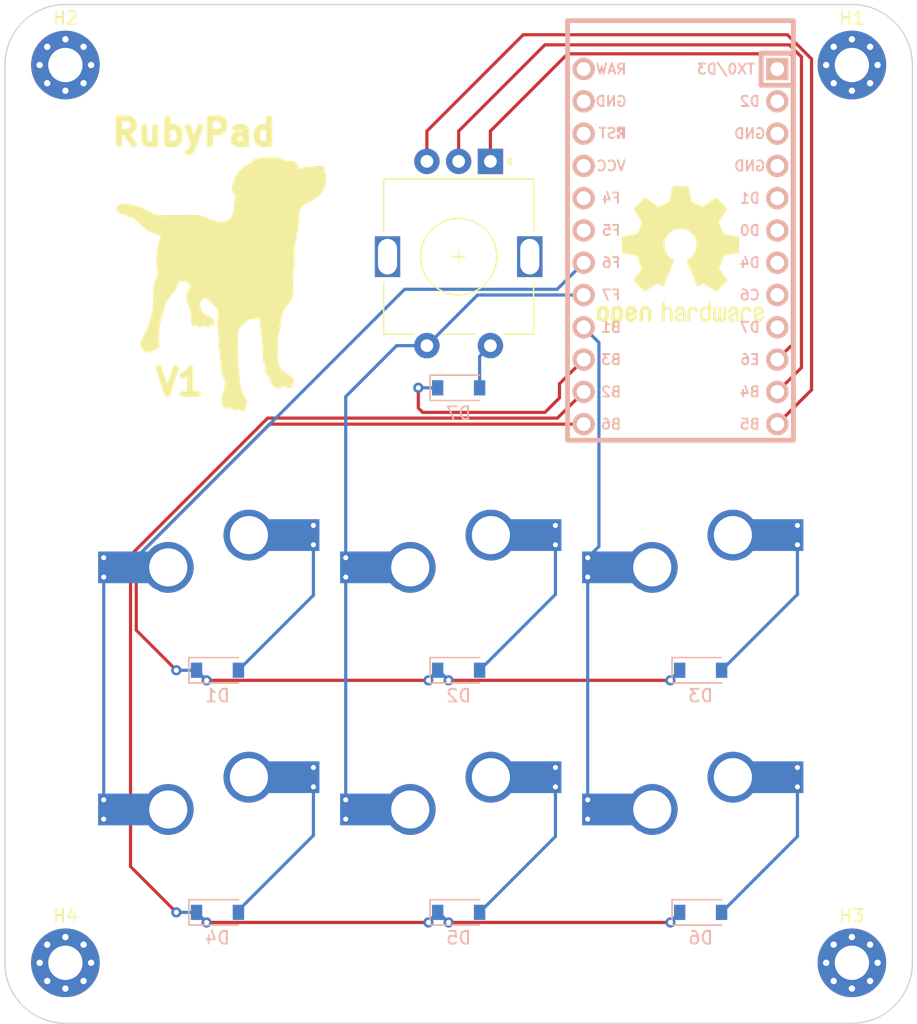
<source format=kicad_pcb>
(kicad_pcb (version 20211014) (generator pcbnew)
  (layers (0 "F.Cu" signal) (31 "B.Cu" signal) (34 "B.Paste" user) (35 "F.Paste" user) (36 "B.SilkS" user "B.Silkscreen") (37 "F.SilkS" user "F.Silkscreen") (38 "B.Mask" user) (39 "F.Mask" user) (44 "Edge.Cuts" user))
  (net 0 "")
  (net 1 "Net-(D1-Pad2)")
  (net 2 "row0")
  (net 3 "Net-(D2-Pad2)")
  (net 4 "Net-(D3-Pad2)")
  (net 5 "Net-(D4-Pad2)")
  (net 6 "row1")
  (net 7 "Net-(D5-Pad2)")
  (net 8 "Net-(D6-Pad2)")
  (net 9 "col0")
  (net 10 "col1")
  (net 11 "col2")
  (net 27 "row2")
  (net 28 "Net-(D7-Pad2)")
  (net 29 "ENCA")
  (net 30 "ENCC")
  (net 31 "ENCB")
  (footprint "MX_Only:MXOnly-1U-Hotswap-Antishear" (layer "F.Cu") (at 67.46875 83.34375)
    (fp_text reference "MX5")
    (fp_text value "MX-NoLED")
    (pad "" np_thru_hole circle (at -5.08 0 48.0996) (size 1.75 1.75) (drill 1.75) (layers *.Cu *.Mask))
    (pad "" np_thru_hole circle (at 5.08 0 48.0996) (size 1.75 1.75) (drill 1.75) (layers *.Cu *.Mask))
    (pad "" np_thru_hole circle (at 0 0) (size 3.9878 3.9878) (drill 3.9878) (layers *.Cu *.Mask))
    (pad "1" thru_hole circle (at -8.89 -1.778) (size 0.8 0.8) (drill 0.4) (layers *.Cu) (net 10 "col1"))
    (pad "1" thru_hole circle (at -8.89 -3.302) (size 0.8 0.8) (drill 0.4) (layers *.Cu) (net 10 "col1"))
    (pad "1" thru_hole circle (at -3.81 -2.54) (size 4 4) (drill 3) (layers *.Cu) (net 10 "col1"))
    (pad "1" smd rect (at -7.085 -2.54) (size 4.5 2.5) (layers "B.Cu") (net 10 "col1"))
    (pad "2" smd rect (at 5.842 -5.08) (size 4.5 2.5) (layers "B.Cu") (net 7 "Net-(D5-Pad2)"))
    (pad "2" thru_hole circle (at 7.62 -5.842) (size 0.8 0.8) (drill 0.4) (layers *.Cu) (net 7 "Net-(D5-Pad2)"))
    (pad "2" thru_hole circle (at 7.62 -4.318) (size 0.8 0.8) (drill 0.4) (layers *.Cu) (net 7 "Net-(D5-Pad2)"))
    (pad "2" thru_hole circle (at 2.54 -5.08) (size 4 4) (drill 3) (layers *.Cu) (net 7 "Net-(D5-Pad2)"))
  )
  (footprint "MX_Only:MXOnly-1U-Hotswap-Antishear" (layer "F.Cu") (at 48.41875 83.34375)
    (fp_text reference "MX4")
    (fp_text value "MX-NoLED")
    (pad "" np_thru_hole circle (at 5.08 0 48.0996) (size 1.75 1.75) (drill 1.75) (layers *.Cu *.Mask))
    (pad "" np_thru_hole circle (at 0 0) (size 3.9878 3.9878) (drill 3.9878) (layers *.Cu *.Mask))
    (pad "" np_thru_hole circle (at -5.08 0 48.0996) (size 1.75 1.75) (drill 1.75) (layers *.Cu *.Mask))
    (pad "1" thru_hole circle (at -3.81 -2.54) (size 4 4) (drill 3) (layers *.Cu) (net 9 "col0"))
    (pad "1" thru_hole circle (at -8.89 -1.778) (size 0.8 0.8) (drill 0.4) (layers *.Cu) (net 9 "col0"))
    (pad "1" thru_hole circle (at -8.89 -3.302) (size 0.8 0.8) (drill 0.4) (layers *.Cu) (net 9 "col0"))
    (pad "1" smd rect (at -7.085 -2.54) (size 4.5 2.5) (layers "B.Cu") (net 9 "col0"))
    (pad "2" thru_hole circle (at 7.62 -4.318) (size 0.8 0.8) (drill 0.4) (layers *.Cu) (net 5 "Net-(D4-Pad2)"))
    (pad "2" thru_hole circle (at 7.62 -5.842) (size 0.8 0.8) (drill 0.4) (layers *.Cu) (net 5 "Net-(D4-Pad2)"))
    (pad "2" thru_hole circle (at 2.54 -5.08) (size 4 4) (drill 3) (layers *.Cu) (net 5 "Net-(D4-Pad2)"))
    (pad "2" smd rect (at 5.842 -5.08) (size 4.5 2.5) (layers "B.Cu") (net 5 "Net-(D4-Pad2)"))
  )
  (footprint "MX_Only:MXOnly-1U-Hotswap-Antishear" (layer "F.Cu") (at 67.46875 64.29375)
    (fp_text reference "MX2")
    (fp_text value "MX-NoLED")
    (pad "" np_thru_hole circle (at 0 0) (size 3.9878 3.9878) (drill 3.9878) (layers *.Cu *.Mask))
    (pad "" np_thru_hole circle (at 5.08 0 48.0996) (size 1.75 1.75) (drill 1.75) (layers *.Cu *.Mask))
    (pad "" np_thru_hole circle (at -5.08 0 48.0996) (size 1.75 1.75) (drill 1.75) (layers *.Cu *.Mask))
    (pad "1" thru_hole circle (at -8.89 -1.778) (size 0.8 0.8) (drill 0.4) (layers *.Cu) (net 10 "col1"))
    (pad "1" thru_hole circle (at -3.81 -2.54) (size 4 4) (drill 3) (layers *.Cu) (net 10 "col1"))
    (pad "1" thru_hole circle (at -8.89 -3.302) (size 0.8 0.8) (drill 0.4) (layers *.Cu) (net 10 "col1"))
    (pad "1" smd rect (at -7.085 -2.54) (size 4.5 2.5) (layers "B.Cu") (net 10 "col1"))
    (pad "2" thru_hole circle (at 2.54 -5.08) (size 4 4) (drill 3) (layers *.Cu) (net 3 "Net-(D2-Pad2)"))
    (pad "2" thru_hole circle (at 7.62 -4.318) (size 0.8 0.8) (drill 0.4) (layers *.Cu) (net 3 "Net-(D2-Pad2)"))
    (pad "2" thru_hole circle (at 7.62 -5.842) (size 0.8 0.8) (drill 0.4) (layers *.Cu) (net 3 "Net-(D2-Pad2)"))
    (pad "2" smd rect (at 5.842 -5.08) (size 4.5 2.5) (layers "B.Cu") (net 3 "Net-(D2-Pad2)"))
  )
  (footprint "Symbol:OSHW-Logo2_14.6x12mm_SilkScreen" (layer "F.Cu") (at 84.93125 37.30625)
    (fp_text reference "REF**" hide)
    (fp_text value "OSHW-Logo2_14.6x12mm_SilkScreen" hide)
  )
  (footprint "MountingHole:MountingHole_2.7mm_Pad_Via" (layer "F.Cu") (at 98.425 92.86875)
    (fp_text reference "H3" (at 0 -3.7) (layer "F.SilkS"))
    (fp_text value "MountingHole")
    (pad "1" thru_hole circle locked (at 2.025 0) (size 0.8 0.8) (drill 0.5) (layers *.Cu *.Mask))
    (pad "1" thru_hole circle locked (at 0 -2.025) (size 0.8 0.8) (drill 0.5) (layers *.Cu *.Mask))
    (pad "1" thru_hole circle locked (at 1.431891 -1.431891) (size 0.8 0.8) (drill 0.5) (layers *.Cu *.Mask))
    (pad "1" thru_hole circle locked (at 1.431891 1.431891) (size 0.8 0.8) (drill 0.5) (layers *.Cu *.Mask))
    (pad "1" thru_hole circle locked (at -1.431891 1.431891) (size 0.8 0.8) (drill 0.5) (layers *.Cu *.Mask))
    (pad "1" thru_hole circle locked (at -1.431891 -1.431891) (size 0.8 0.8) (drill 0.5) (layers *.Cu *.Mask))
    (pad "1" thru_hole circle locked (at 0 2.025) (size 0.8 0.8) (drill 0.5) (layers *.Cu *.Mask))
    (pad "1" thru_hole circle locked (at 0 0) (size 5.4 5.4) (drill 2.7) (layers *.Cu *.Mask))
    (pad "1" thru_hole circle locked (at -2.025 0) (size 0.8 0.8) (drill 0.5) (layers *.Cu *.Mask))
  )
  (footprint "Keebio-Parts:RotaryEncoder_EC11" (layer "F.Cu") (at 67.46875 37.30625 -90)
    (fp_text reference "SW1")
    (fp_text value "RotaryEncoder_Switch")
    (pad "" np_thru_hole rect locked (at 0 -5.6 270) (size 3.2 2) (drill oval 2.8 1.5) (layers *.Cu *.Mask))
    (pad "" np_thru_hole rect locked (at 0 5.6 270) (size 3.2 2) (drill oval 2.8 1.5) (layers *.Cu *.Mask))
    (pad "A" thru_hole rect locked (at -7.5 -2.5 270) (size 2 2) (drill 1) (layers *.Cu *.Mask) (net 29 "ENCA"))
    (pad "B" thru_hole circle locked (at -7.5 2.5 270) (size 2 2) (drill 1) (layers *.Cu *.Mask) (net 31 "ENCB"))
    (pad "C" thru_hole circle locked (at -7.5 0 270) (size 2 2) (drill 1) (layers *.Cu *.Mask) (net 30 "ENCC"))
    (pad "S1" thru_hole circle locked (at 7 2.5 270) (size 2 2) (drill 1) (layers *.Cu *.Mask) (net 10 "col1"))
    (pad "S2" thru_hole circle locked (at 7 -2.5 270) (size 2 2) (drill 1) (layers *.Cu *.Mask) (net 28 "Net-(D7-Pad2)"))
  )
  (footprint "MX_Only:MXOnly-1U-Hotswap-Antishear" (layer "F.Cu") (at 48.41875 64.29375)
    (fp_text reference "MX1")
    (fp_text value "MX-NoLED")
    (pad "" np_thru_hole circle (at 5.08 0 48.0996) (size 1.75 1.75) (drill 1.75) (layers *.Cu *.Mask))
    (pad "" np_thru_hole circle (at 0 0) (size 3.9878 3.9878) (drill 3.9878) (layers *.Cu *.Mask))
    (pad "" np_thru_hole circle (at -5.08 0 48.0996) (size 1.75 1.75) (drill 1.75) (layers *.Cu *.Mask))
    (pad "1" thru_hole circle (at -3.81 -2.54) (size 4 4) (drill 3) (layers *.Cu) (net 9 "col0"))
    (pad "1" thru_hole circle (at -8.89 -3.302) (size 0.8 0.8) (drill 0.4) (layers *.Cu) (net 9 "col0"))
    (pad "1" thru_hole circle (at -8.89 -1.778) (size 0.8 0.8) (drill 0.4) (layers *.Cu) (net 9 "col0"))
    (pad "1" smd rect (at -7.085 -2.54) (size 4.5 2.5) (layers "B.Cu") (net 9 "col0"))
    (pad "2" smd rect (at 5.842 -5.08) (size 4.5 2.5) (layers "B.Cu") (net 1 "Net-(D1-Pad2)"))
    (pad "2" thru_hole circle (at 7.62 -4.318) (size 0.8 0.8) (drill 0.4) (layers *.Cu) (net 1 "Net-(D1-Pad2)"))
    (pad "2" thru_hole circle (at 2.54 -5.08) (size 4 4) (drill 3) (layers *.Cu) (net 1 "Net-(D1-Pad2)"))
    (pad "2" thru_hole circle (at 7.62 -5.842) (size 0.8 0.8) (drill 0.4) (layers *.Cu) (net 1 "Net-(D1-Pad2)"))
  )
  (footprint "MX_Only:MXOnly-1U-Hotswap-Antishear" (layer "F.Cu") (at 86.51875 64.29375)
    (fp_text reference "MX3")
    (fp_text value "MX-NoLED")
    (pad "" np_thru_hole circle (at 0 0) (size 3.9878 3.9878) (drill 3.9878) (layers *.Cu *.Mask))
    (pad "" np_thru_hole circle (at -5.08 0 48.0996) (size 1.75 1.75) (drill 1.75) (layers *.Cu *.Mask))
    (pad "" np_thru_hole circle (at 5.08 0 48.0996) (size 1.75 1.75) (drill 1.75) (layers *.Cu *.Mask))
    (pad "1" thru_hole circle (at -8.89 -3.302) (size 0.8 0.8) (drill 0.4) (layers *.Cu) (net 11 "col2"))
    (pad "1" smd rect (at -7.085 -2.54) (size 4.5 2.5) (layers "B.Cu") (net 11 "col2"))
    (pad "1" thru_hole circle (at -3.81 -2.54) (size 4 4) (drill 3) (layers *.Cu) (net 11 "col2"))
    (pad "1" thru_hole circle (at -8.89 -1.778) (size 0.8 0.8) (drill 0.4) (layers *.Cu) (net 11 "col2"))
    (pad "2" smd rect (at 5.842 -5.08) (size 4.5 2.5) (layers "B.Cu") (net 4 "Net-(D3-Pad2)"))
    (pad "2" thru_hole circle (at 7.62 -5.842) (size 0.8 0.8) (drill 0.4) (layers *.Cu) (net 4 "Net-(D3-Pad2)"))
    (pad "2" thru_hole circle (at 7.62 -4.318) (size 0.8 0.8) (drill 0.4) (layers *.Cu) (net 4 "Net-(D3-Pad2)"))
    (pad "2" thru_hole circle (at 2.54 -5.08) (size 4 4) (drill 3) (layers *.Cu) (net 4 "Net-(D3-Pad2)"))
  )
  (footprint "MX_Only:MXOnly-1U-Hotswap-Antishear" (layer "F.Cu") (at 86.51875 83.34375)
    (fp_text reference "MX6")
    (fp_text value "MX-NoLED")
    (pad "" np_thru_hole circle (at 5.08 0 48.0996) (size 1.75 1.75) (drill 1.75) (layers *.Cu *.Mask))
    (pad "" np_thru_hole circle (at 0 0) (size 3.9878 3.9878) (drill 3.9878) (layers *.Cu *.Mask))
    (pad "" np_thru_hole circle (at -5.08 0 48.0996) (size 1.75 1.75) (drill 1.75) (layers *.Cu *.Mask))
    (pad "1" thru_hole circle (at -8.89 -1.778) (size 0.8 0.8) (drill 0.4) (layers *.Cu) (net 11 "col2"))
    (pad "1" smd rect (at -7.085 -2.54) (size 4.5 2.5) (layers "B.Cu") (net 11 "col2"))
    (pad "1" thru_hole circle (at -8.89 -3.302) (size 0.8 0.8) (drill 0.4) (layers *.Cu) (net 11 "col2"))
    (pad "1" thru_hole circle (at -3.81 -2.54) (size 4 4) (drill 3) (layers *.Cu) (net 11 "col2"))
    (pad "2" thru_hole circle (at 7.62 -5.842) (size 0.8 0.8) (drill 0.4) (layers *.Cu) (net 8 "Net-(D6-Pad2)"))
    (pad "2" thru_hole circle (at 7.62 -4.318) (size 0.8 0.8) (drill 0.4) (layers *.Cu) (net 8 "Net-(D6-Pad2)"))
    (pad "2" thru_hole circle (at 2.54 -5.08) (size 4 4) (drill 3) (layers *.Cu) (net 8 "Net-(D6-Pad2)"))
    (pad "2" smd rect (at 5.842 -5.08) (size 4.5 2.5) (layers "B.Cu") (net 8 "Net-(D6-Pad2)"))
  )
  (footprint "MountingHole:MountingHole_2.7mm_Pad_Via" (layer "F.Cu") (at 36.5125 92.86875)
    (fp_text reference "H4" (at 0 -3.7) (layer "F.SilkS"))
    (fp_text value "MountingHole")
    (pad "1" thru_hole circle locked (at 1.431891 -1.431891) (size 0.8 0.8) (drill 0.5) (layers *.Cu *.Mask))
    (pad "1" thru_hole circle locked (at -1.431891 -1.431891) (size 0.8 0.8) (drill 0.5) (layers *.Cu *.Mask))
    (pad "1" thru_hole circle locked (at -1.431891 1.431891) (size 0.8 0.8) (drill 0.5) (layers *.Cu *.Mask))
    (pad "1" thru_hole circle locked (at -2.025 0) (size 0.8 0.8) (drill 0.5) (layers *.Cu *.Mask))
    (pad "1" thru_hole circle locked (at 1.431891 1.431891) (size 0.8 0.8) (drill 0.5) (layers *.Cu *.Mask))
    (pad "1" thru_hole circle locked (at 0 2.025) (size 0.8 0.8) (drill 0.5) (layers *.Cu *.Mask))
    (pad "1" thru_hole circle locked (at 0 -2.025) (size 0.8 0.8) (drill 0.5) (layers *.Cu *.Mask))
    (pad "1" thru_hole circle locked (at 0 0) (size 5.4 5.4) (drill 2.7) (layers *.Cu *.Mask))
    (pad "1" thru_hole circle locked (at 2.025 0) (size 0.8 0.8) (drill 0.5) (layers *.Cu *.Mask))
  )
  (footprint "MountingHole:MountingHole_2.7mm_Pad_Via" (layer "F.Cu") (at 98.425 22.225)
    (fp_text reference "H1" (at 0 -3.7) (layer "F.SilkS"))
    (fp_text value "MountingHole")
    (pad "1" thru_hole circle locked (at 0 2.025) (size 0.8 0.8) (drill 0.5) (layers *.Cu *.Mask))
    (pad "1" thru_hole circle locked (at 2.025 0) (size 0.8 0.8) (drill 0.5) (layers *.Cu *.Mask))
    (pad "1" thru_hole circle locked (at 1.431891 -1.431891) (size 0.8 0.8) (drill 0.5) (layers *.Cu *.Mask))
    (pad "1" thru_hole circle locked (at 0 -2.025) (size 0.8 0.8) (drill 0.5) (layers *.Cu *.Mask))
    (pad "1" thru_hole circle locked (at -2.025 0) (size 0.8 0.8) (drill 0.5) (layers *.Cu *.Mask))
    (pad "1" thru_hole circle locked (at -1.431891 1.431891) (size 0.8 0.8) (drill 0.5) (layers *.Cu *.Mask))
    (pad "1" thru_hole circle locked (at 1.431891 1.431891) (size 0.8 0.8) (drill 0.5) (layers *.Cu *.Mask))
    (pad "1" thru_hole circle locked (at 0 0) (size 5.4 5.4) (drill 2.7) (layers *.Cu *.Mask))
    (pad "1" thru_hole circle locked (at -1.431891 -1.431891) (size 0.8 0.8) (drill 0.5) (layers *.Cu *.Mask))
  )
  (footprint "MountingHole:MountingHole_2.7mm_Pad_Via" (layer "F.Cu") (at 36.5125 22.225)
    (fp_text reference "H2" (at 0 -3.7) (layer "F.SilkS"))
    (fp_text value "MountingHole")
    (pad "1" thru_hole circle locked (at -1.431891 -1.431891) (size 0.8 0.8) (drill 0.5) (layers *.Cu *.Mask))
    (pad "1" thru_hole circle locked (at 1.431891 -1.431891) (size 0.8 0.8) (drill 0.5) (layers *.Cu *.Mask))
    (pad "1" thru_hole circle locked (at 1.431891 1.431891) (size 0.8 0.8) (drill 0.5) (layers *.Cu *.Mask))
    (pad "1" thru_hole circle locked (at 0 2.025) (size 0.8 0.8) (drill 0.5) (layers *.Cu *.Mask))
    (pad "1" thru_hole circle locked (at -1.431891 1.431891) (size 0.8 0.8) (drill 0.5) (layers *.Cu *.Mask))
    (pad "1" thru_hole circle locked (at 2.025 0) (size 0.8 0.8) (drill 0.5) (layers *.Cu *.Mask))
    (pad "1" thru_hole circle locked (at -2.025 0) (size 0.8 0.8) (drill 0.5) (layers *.Cu *.Mask))
    (pad "1" thru_hole circle locked (at 0 -2.025) (size 0.8 0.8) (drill 0.5) (layers *.Cu *.Mask))
    (pad "1" thru_hole circle locked (at 0 0) (size 5.4 5.4) (drill 2.7) (layers *.Cu *.Mask))
  )
  (footprint "rubypad-footprints:logo" (layer "F.Cu") (at 40.48125 26.19375)
    (fp_text reference "G***" hide)
    (fp_text value "LOGO" hide)
    (fp_text user "V1" (at 5 21 unlocked) (layer "F.SilkS") (effects (font (size 2 2) (thickness 0.5))))
    (fp_text user "RubyPad" (at 6.1568 1.3462 unlocked) (layer "F.SilkS") (effects (font (size 2 2) (thickness 0.5))))
  )
  (footprint "Diode_SMD:D_SOD-123" (layer "B.Cu") (at 67.46875 88.9)
    (fp_text reference "D5" (at 0 2) (layer "B.SilkS") (effects (justify mirror)))
    (fp_text value "D_Small")
    (pad "1" smd rect locked (at -1.65 0) (size 0.9 1.2) (layers "B.Cu" "B.Paste" "B.Mask") (net 27 "row2"))
    (pad "2" smd rect locked (at 1.65 0) (size 0.9 1.2) (layers "B.Cu" "B.Paste" "B.Mask") (net 7 "Net-(D5-Pad2)"))
  )
  (footprint "Diode_SMD:D_SOD-123" (layer "B.Cu") (at 48.48125 69.85)
    (fp_text reference "D1" (at 0 2) (layer "B.SilkS") (effects (justify mirror)))
    (fp_text value "D_Small")
    (pad "1" smd rect locked (at -1.65 0) (size 0.9 1.2) (layers "B.Cu" "B.Paste" "B.Mask") (net 6 "row1"))
    (pad "2" smd rect locked (at 1.65 0) (size 0.9 1.2) (layers "B.Cu" "B.Paste" "B.Mask") (net 1 "Net-(D1-Pad2)"))
  )
  (footprint "Diode_SMD:D_SOD-123" (layer "B.Cu") (at 48.48125 88.9)
    (fp_text reference "D4" (at 0 2) (layer "B.SilkS") (effects (justify mirror)))
    (fp_text value "D_Small")
    (pad "1" smd rect locked (at -1.65 0) (size 0.9 1.2) (layers "B.Cu" "B.Paste" "B.Mask") (net 27 "row2"))
    (pad "2" smd rect locked (at 1.65 0) (size 0.9 1.2) (layers "B.Cu" "B.Paste" "B.Mask") (net 5 "Net-(D4-Pad2)"))
  )
  (footprint "Keebio-Parts:ArduinoProMicro" (layer "B.Cu") (at 84.93125 36.5125 -90)
    (fp_text reference "U1" hide)
    (fp_text value "ProMicro" hide)
    (fp_text user "ST" (at -8.92 5.73312 180) (layer "B.SilkS") (effects (font (size 0.8 0.8)) (justify mirror)))
    (fp_text user "B5" (at 13.97 -5.461 180) (layer "B.SilkS") (effects (font (size 0.8 0.8)) (justify mirror)))
    (fp_text user "D2" (at -11.43 -5.461 180) (layer "B.SilkS") (effects (font (size 0.8 0.8)) (justify mirror)))
    (fp_text user "F5" (at -1.27 5.461 180) (layer "B.SilkS") (effects (font (size 0.8 0.8)) (justify mirror)))
    (fp_text user "B4" (at 11.43 -5.461 180) (layer "B.SilkS") (effects (font (size 0.8 0.8)) (justify mirror)))
    (fp_text user "B3" (at 8.89 5.461 180) (layer "B.SilkS") (effects (font (size 0.8 0.8)) (justify mirror)))
    (fp_text user "D7" (at 6.35 -5.461 180) (layer "B.SilkS") (effects (font (size 0.8 0.8)) (justify mirror)))
    (fp_text user "B2" (at 11.43 5.461 180) (layer "B.SilkS") (effects (font (size 0.8 0.8)) (justify mirror)))
    (fp_text user "GND" (at -8.89 -5.461 180) (layer "B.SilkS") (effects (font (size 0.8 0.8)) (justify mirror)))
    (fp_text user "D1" (at -3.81 -5.461 180) (layer "B.SilkS") (effects (font (size 0.8 0.8)) (justify mirror)))
    (fp_text user "B6" (at 13.97 5.461 180) (layer "B.SilkS") (effects (font (size 0.8 0.8)) (justify mirror)))
    (fp_text user "F4" (at -3.81 5.461 180) (layer "B.SilkS") (effects (font (size 0.8 0.8)) (justify mirror)))
    (fp_text user "E6" (at 8.89 -5.461 180) (layer "B.SilkS") (effects (font (size 0.8 0.8)) (justify mirror)))
    (fp_text user "VCC" (at -6.35 5.461 180) (layer "B.SilkS") (effects (font (size 0.8 0.8)) (justify mirror)))
    (fp_text user "F6" (at 1.27 5.461 180) (layer "B.SilkS") (effects (font (size 0.8 0.8)) (justify mirror)))
    (fp_text user "B1" (at 6.35 5.461 180) (layer "B.SilkS") (effects (font (size 0.8 0.8)) (justify mirror)))
    (fp_text user "D4" (at 1.27 -5.461 180) (layer "B.SilkS") (effects (font (size 0.8 0.8)) (justify mirror)))
    (fp_text user "GND" (at -6.35 -5.461 180) (layer "B.SilkS") (effects (font (size 0.8 0.8)) (justify mirror)))
    (fp_text user "TX0/D3" (at -13.97 -3.571872 180) (layer "B.SilkS") (effects (font (size 0.8 0.8)) (justify mirror)))
    (fp_text user "F7" (at 3.81 5.461 180) (layer "B.SilkS") (effects (font (size 0.8 0.8)) (justify mirror)))
    (fp_text user "C6" (at 3.81 -5.461 180) (layer "B.SilkS") (effects (font (size 0.8 0.8)) (justify mirror)))
    (fp_text user "GND" (at -11.43 5.461 180) (layer "B.SilkS") (effects (font (size 0.8 0.8)) (justify mirror)))
    (fp_text user "D0" (at -1.27 -5.461 180) (layer "B.SilkS") (effects (font (size 0.8 0.8)) (justify mirror)))
    (fp_text user "RAW" (at -13.97 5.461 180) (layer "B.SilkS") (effects (font (size 0.8 0.8)) (justify mirror)))
    (pad "1" thru_hole rect (at -13.97 -7.62 270) (size 1.7526 1.7526) (drill 1.0922) (layers *.Cu *.SilkS *.Mask))
    (pad "2" thru_hole circle (at -11.43 -7.62 270) (size 1.7526 1.7526) (drill 1.0922) (layers *.Cu *.SilkS *.Mask))
    (pad "3" thru_hole circle (at -8.89 -7.62 270) (size 1.7526 1.7526) (drill 1.0922) (layers *.Cu *.SilkS *.Mask))
    (pad "4" thru_hole circle (at -6.35 -7.62 270) (size 1.7526 1.7526) (drill 1.0922) (layers *.Cu *.SilkS *.Mask))
    (pad "5" thru_hole circle (at -3.81 -7.62 270) (size 1.7526 1.7526) (drill 1.0922) (layers *.Cu *.SilkS *.Mask))
    (pad "6" thru_hole circle (at -1.27 -7.62 270) (size 1.7526 1.7526) (drill 1.0922) (layers *.Cu *.SilkS *.Mask))
    (pad "7" thru_hole circle (at 1.27 -7.62 270) (size 1.7526 1.7526) (drill 1.0922) (layers *.Cu *.SilkS *.Mask))
    (pad "8" thru_hole circle (at 3.81 -7.62 270) (size 1.7526 1.7526) (drill 1.0922) (layers *.Cu *.SilkS *.Mask))
    (pad "9" thru_hole circle (at 6.35 -7.62 270) (size 1.7526 1.7526) (drill 1.0922) (layers *.Cu *.SilkS *.Mask))
    (pad "10" thru_hole circle (at 8.89 -7.62 270) (size 1.7526 1.7526) (drill 1.0922) (layers *.Cu *.SilkS *.Mask) (net 29 "ENCA"))
    (pad "11" thru_hole circle (at 11.43 -7.62 270) (size 1.7526 1.7526) (drill 1.0922) (layers *.Cu *.SilkS *.Mask) (net 30 "ENCC"))
    (pad "12" thru_hole circle (at 13.97 -7.62 270) (size 1.7526 1.7526) (drill 1.0922) (layers *.Cu *.SilkS *.Mask) (net 31 "ENCB"))
    (pad "13" thru_hole circle (at 13.97 7.62 270) (size 1.7526 1.7526) (drill 1.0922) (layers *.Cu *.SilkS *.Mask) (net 6 "row1"))
    (pad "14" thru_hole circle (at 11.43 7.62 270) (size 1.7526 1.7526) (drill 1.0922) (layers *.Cu *.SilkS *.Mask) (net 27 "row2"))
    (pad "15" thru_hole circle (at 8.89 7.62 270) (size 1.7526 1.7526) (drill 1.0922) (layers *.Cu *.SilkS *.Mask) (net 2 "row0"))
    (pad "16" thru_hole circle (at 6.35 7.62 270) (size 1.7526 1.7526) (drill 1.0922) (layers *.Cu *.SilkS *.Mask) (net 11 "col2"))
    (pad "17" thru_hole circle (at 3.81 7.62 270) (size 1.7526 1.7526) (drill 1.0922) (layers *.Cu *.SilkS *.Mask) (net 10 "col1"))
    (pad "18" thru_hole circle (at 1.27 7.62 270) (size 1.7526 1.7526) (drill 1.0922) (layers *.Cu *.SilkS *.Mask) (net 9 "col0"))
    (pad "19" thru_hole circle (at -1.27 7.62 270) (size 1.7526 1.7526) (drill 1.0922) (layers *.Cu *.SilkS *.Mask))
    (pad "20" thru_hole circle (at -3.81 7.62 270) (size 1.7526 1.7526) (drill 1.0922) (layers *.Cu *.SilkS *.Mask))
    (pad "21" thru_hole circle (at -6.35 7.62 270) (size 1.7526 1.7526) (drill 1.0922) (layers *.Cu *.SilkS *.Mask))
    (pad "22" thru_hole circle (at -8.89 7.62 270) (size 1.7526 1.7526) (drill 1.0922) (layers *.Cu *.SilkS *.Mask))
    (pad "23" thru_hole circle (at -11.43 7.62 270) (size 1.7526 1.7526) (drill 1.0922) (layers *.Cu *.SilkS *.Mask))
    (pad "24" thru_hole circle (at -13.97 7.62 270) (size 1.7526 1.7526) (drill 1.0922) (layers *.Cu *.SilkS *.Mask))
  )
  (footprint "Diode_SMD:D_SOD-123" (layer "B.Cu") (at 67.46875 47.625)
    (fp_text reference "D7" (at 0 2) (layer "B.SilkS") (effects (justify mirror)))
    (fp_text value "D_Small")
    (pad "1" smd rect locked (at -1.65 0) (size 0.9 1.2) (layers "B.Cu" "B.Paste" "B.Mask") (net 2 "row0"))
    (pad "2" smd rect locked (at 1.65 0) (size 0.9 1.2) (layers "B.Cu" "B.Paste" "B.Mask") (net 28 "Net-(D7-Pad2)"))
  )
  (footprint "Diode_SMD:D_SOD-123" (layer "B.Cu") (at 86.51875 69.85)
    (fp_text reference "D3" (at 0 2) (layer "B.SilkS") (effects (justify mirror)))
    (fp_text value "D_Small")
    (pad "1" smd rect locked (at -1.65 0) (size 0.9 1.2) (layers "B.Cu" "B.Paste" "B.Mask") (net 6 "row1"))
    (pad "2" smd rect locked (at 1.65 0) (size 0.9 1.2) (layers "B.Cu" "B.Paste" "B.Mask") (net 4 "Net-(D3-Pad2)"))
  )
  (footprint "Diode_SMD:D_SOD-123" (layer "B.Cu") (at 67.46875 69.85)
    (fp_text reference "D2" (at 0 2) (layer "B.SilkS") (effects (justify mirror)))
    (fp_text value "D_Small")
    (pad "1" smd rect locked (at -1.65 0) (size 0.9 1.2) (layers "B.Cu" "B.Paste" "B.Mask") (net 6 "row1"))
    (pad "2" smd rect locked (at 1.65 0) (size 0.9 1.2) (layers "B.Cu" "B.Paste" "B.Mask") (net 3 "Net-(D2-Pad2)"))
  )
  (footprint "Diode_SMD:D_SOD-123" (layer "B.Cu") (at 86.51875 88.9)
    (fp_text reference "D6" (at 0 2) (layer "B.SilkS") (effects (justify mirror)))
    (fp_text value "D_Small")
    (pad "1" smd rect locked (at -1.65 0) (size 0.9 1.2) (layers "B.Cu" "B.Paste" "B.Mask") (net 27 "row2"))
    (pad "2" smd rect locked (at 1.65 0) (size 0.9 1.2) (layers "B.Cu" "B.Paste" "B.Mask") (net 8 "Net-(D6-Pad2)"))
  )
  (gr_line (start 98.425 97.63125) (end 36.5125 97.63125) (layer "Edge.Cuts") (width 0.1))
  (gr_arc (start 103.1875 92.86875) (mid 101.792596 96.236346) (end 98.425 97.63125) (layer "Edge.Cuts") (width 0.1))
  (gr_line (start 31.75 92.86875) (end 31.75 22.225) (layer "Edge.Cuts") (width 0.1))
  (gr_line (start 36.5125 17.4625) (end 98.425 17.4625) (layer "Edge.Cuts") (width 0.1))
  (gr_line (start 103.1875 22.225) (end 103.1875 92.86875) (layer "Edge.Cuts") (width 0.1))
  (gr_arc (start 31.75 22.225) (mid 33.144904 18.857404) (end 36.5125 17.4625) (layer "Edge.Cuts") (width 0.1))
  (gr_arc (start 36.5125 97.63125) (mid 33.144904 96.236346) (end 31.75 92.86875) (layer "Edge.Cuts") (width 0.1))
  (gr_arc (start 98.425 17.4625) (mid 101.792596 18.857404) (end 103.1875 22.225) (layer "Edge.Cuts") (width 0.1))
  (segment (start 50.13125 69.85) (end 56.03875 63.9425) (width 0.25) (layer "B.Cu") (net 1))
  (segment (start 56.03875 63.9425) (end 56.03875 59.97575) (width 0.25) (layer "B.Cu") (net 1))
  (segment (start 75.40625 47.3075) (end 77.31125 45.4025) (width 0.25) (layer "F.Cu") (net 2))
  (segment (start 75.40625 48.41875) (end 75.40625 47.3075) (width 0.25) (layer "F.Cu") (net 2))
  (segment (start 64.63798 49.55673) (end 74.26827 49.55673) (width 0.25) (layer "F.Cu") (net 2))
  (segment (start 64.29375 49.2125) (end 64.63798 49.55673) (width 0.25) (layer "F.Cu") (net 2))
  (segment (start 64.29375 47.625) (end 64.29375 49.2125) (width 0.25) (layer "F.Cu") (net 2))
  (segment (start 74.26827 49.55673) (end 75.40625 48.41875) (width 0.25) (layer "F.Cu") (net 2))
  (via (at 64.29375 47.625) (size 0.8) (drill 0.4) (layers "F.Cu" "B.Cu") (net 2))
  (segment (start 64.29375 47.625) (end 65.81875 47.625) (width 0.25) (layer "B.Cu") (net 2))
  (segment (start 75.08875 63.88) (end 75.08875 59.97575) (width 0.25) (layer "B.Cu") (net 3))
  (segment (start 69.11875 69.85) (end 75.08875 63.88) (width 0.25) (layer "B.Cu") (net 3))
  (segment (start 88.16875 69.85) (end 94.13875 63.88) (width 0.25) (layer "B.Cu") (net 4))
  (segment (start 94.13875 63.88) (end 94.13875 59.97575) (width 0.25) (layer "B.Cu") (net 4))
  (segment (start 50.13125 88.9) (end 50.13125 88.75) (width 0.25) (layer "B.Cu") (net 5))
  (segment (start 50.13125 88.75) (end 56.03875 82.8425) (width 0.25) (layer "B.Cu") (net 5))
  (segment (start 56.03875 82.8425) (end 56.03875 79.02575) (width 0.25) (layer "B.Cu") (net 5))
  (segment (start 42.089229 66.695479) (end 45.24375 69.85) (width 0.25) (layer "F.Cu") (net 6))
  (segment (start 77.31125 50.4825) (end 52.592644 50.4825) (width 0.25) (layer "F.Cu") (net 6))
  (segment (start 42.089229 60.985915) (end 42.089229 66.695479) (width 0.25) (layer "F.Cu") (net 6))
  (segment (start 66.675 70.64375) (end 84.1375 70.64375) (width 0.25) (layer "F.Cu") (net 6))
  (segment (start 52.592644 50.4825) (end 42.089229 60.985915) (width 0.25) (layer "F.Cu") (net 6))
  (segment (start 47.625 70.64375) (end 65.0875 70.64375) (width 0.25) (layer "F.Cu") (net 6))
  (via (at 65.0875 70.64375) (size 0.8) (drill 0.4) (layers "F.Cu" "B.Cu") (net 6))
  (via (at 45.24375 69.85) (size 0.8) (drill 0.4) (layers "F.Cu" "B.Cu") (net 6))
  (via (at 84.1375 70.64375) (size 0.8) (drill 0.4) (layers "F.Cu" "B.Cu") (net 6))
  (via (at 66.675 70.64375) (size 0.8) (drill 0.4) (layers "F.Cu" "B.Cu") (net 6))
  (via (at 47.625 70.64375) (size 0.8) (drill 0.4) (layers "F.Cu" "B.Cu") (net 6))
  (segment (start 65.0875 70.58125) (end 65.81875 69.85) (width 0.25) (layer "B.Cu") (net 6))
  (segment (start 65.88125 69.85) (end 66.675 70.64375) (width 0.25) (layer "B.Cu") (net 6))
  (segment (start 65.0875 70.64375) (end 65.0875 70.58125) (width 0.25) (layer "B.Cu") (net 6))
  (segment (start 84.1375 70.58125) (end 84.86875 69.85) (width 0.25) (layer "B.Cu") (net 6))
  (segment (start 84.1375 70.64375) (end 84.1375 70.58125) (width 0.25) (layer "B.Cu") (net 6))
  (segment (start 45.24375 69.85) (end 46.83125 69.85) (width 0.25) (layer "B.Cu") (net 6))
  (segment (start 65.81875 69.85) (end 65.88125 69.85) (width 0.25) (layer "B.Cu") (net 6))
  (segment (start 46.83125 69.85) (end 47.625 70.64375) (width 0.25) (layer "B.Cu") (net 6))
  (segment (start 69.11875 88.9) (end 75.08875 82.93) (width 0.25) (layer "B.Cu") (net 7))
  (segment (start 75.08875 82.93) (end 75.08875 79.02575) (width 0.25) (layer "B.Cu") (net 7))
  (segment (start 88.16875 88.9) (end 94.13875 82.93) (width 0.25) (layer "B.Cu") (net 8))
  (segment (start 94.13875 82.93) (end 94.13875 79.02575) (width 0.25) (layer "B.Cu") (net 8))
  (segment (start 63.21452 39.87298) (end 41.33375 61.75375) (width 0.25) (layer "B.Cu") (net 9))
  (segment (start 75.22077 39.87298) (end 63.21452 39.87298) (width 0.25) (layer "B.Cu") (net 9))
  (segment (start 77.31125 37.7825) (end 75.22077 39.87298) (width 0.25) (layer "B.Cu") (net 9))
  (segment (start 44.60875 60.411857) (end 44.60875 61.75375) (width 0.25) (layer "B.Cu") (net 9))
  (segment (start 39.52875 62.51575) (end 39.52875 80.04175) (width 0.25) (layer "B.Cu") (net 9))
  (segment (start 64.96875 44.30625) (end 62.5875 44.30625) (width 0.25) (layer "B.Cu") (net 10))
  (segment (start 58.57875 48.315) (end 58.57875 60.99175) (width 0.25) (layer "B.Cu") (net 10))
  (segment (start 77.31125 40.3225) (end 68.9525 40.3225) (width 0.25) (layer "B.Cu") (net 10))
  (segment (start 68.9525 40.3225) (end 64.96875 44.30625) (width 0.25) (layer "B.Cu") (net 10))
  (segment (start 58.57875 62.51575) (end 58.57875 80.04175) (width 0.25) (layer "B.Cu") (net 10))
  (segment (start 62.5875 44.30625) (end 58.57875 48.315) (width 0.25) (layer "B.Cu") (net 10))
  (segment (start 78.512061 60.108439) (end 77.62875 60.99175) (width 0.25) (layer "B.Cu") (net 11))
  (segment (start 78.512061 44.063311) (end 78.512061 60.108439) (width 0.25) (layer "B.Cu") (net 11))
  (segment (start 77.31125 42.8625) (end 78.512061 44.063311) (width 0.25) (layer "B.Cu") (net 11))
  (segment (start 77.62875 62.51575) (end 77.62875 80.04175) (width 0.25) (layer "B.Cu") (net 11))
  (segment (start 41.639709 85.295959) (end 45.24375 88.9) (width 0.25) (layer "F.Cu") (net 27))
  (segment (start 47.625 89.69375) (end 65.0875 89.69375) (width 0.25) (layer "F.Cu") (net 27))
  (segment (start 41.639709 60.799718) (end 41.639709 85.295959) (width 0.25) (layer "F.Cu") (net 27))
  (segment (start 52.433177 50.00625) (end 41.639709 60.799718) (width 0.25) (layer "F.Cu") (net 27))
  (segment (start 77.31125 47.9425) (end 75.2475 50.00625) (width 0.25) (layer "F.Cu") (net 27))
  (segment (start 66.675 89.69375) (end 84.1375 89.69375) (width 0.25) (layer "F.Cu") (net 27))
  (segment (start 75.2475 50.00625) (end 52.433177 50.00625) (width 0.25) (layer "F.Cu") (net 27))
  (via (at 47.625 89.69375) (size 0.8) (drill 0.4) (layers "F.Cu" "B.Cu") (net 27))
  (via (at 66.675 89.69375) (size 0.8) (drill 0.4) (layers "F.Cu" "B.Cu") (net 27))
  (via (at 84.1375 89.69375) (size 0.8) (drill 0.4) (layers "F.Cu" "B.Cu") (net 27))
  (via (at 65.0875 89.69375) (size 0.8) (drill 0.4) (layers "F.Cu" "B.Cu") (net 27))
  (via (at 45.24375 88.9) (size 0.8) (drill 0.4) (layers "F.Cu" "B.Cu") (net 27))
  (segment (start 45.24375 88.9) (end 46.83125 88.9) (width 0.25) (layer "B.Cu") (net 27))
  (segment (start 46.83125 88.9) (end 47.625 89.69375) (width 0.25) (layer "B.Cu") (net 27))
  (segment (start 84.1375 89.63125) (end 84.86875 88.9) (width 0.25) (layer "B.Cu") (net 27))
  (segment (start 65.81875 88.9) (end 65.88125 88.9) (width 0.25) (layer "B.Cu") (net 27))
  (segment (start 65.0875 89.69375) (end 65.0875 89.63125) (width 0.25) (layer "B.Cu") (net 27))
  (segment (start 65.88125 88.9) (end 66.675 89.69375) (width 0.25) (layer "B.Cu") (net 27))
  (segment (start 65.0875 89.63125) (end 65.81875 88.9) (width 0.25) (layer "B.Cu") (net 27))
  (segment (start 84.1375 89.69375) (end 84.1375 89.63125) (width 0.25) (layer "B.Cu") (net 27))
  (segment (start 69.11875 47.625) (end 69.11875 45.15625) (width 0.25) (layer "B.Cu") (net 28))
  (segment (start 69.11875 45.15625) (end 69.96875 44.30625) (width 0.25) (layer "B.Cu") (net 28))
  (segment (start 93.752061 21.520811) (end 93.752061 44.360439) (width 0.25) (layer "F.Cu") (net 29))
  (segment (start 76.052061 21.341689) (end 93.572939 21.341689) (width 0.25) (layer "F.Cu") (net 29))
  (segment (start 93.572939 21.341689) (end 93.752061 21.520811) (width 0.25) (layer "F.Cu") (net 29))
  (segment (start 93.593311 44.360439) (end 92.55125 45.4025) (width 0.25) (layer "F.Cu") (net 29))
  (segment (start 69.96875 27.425) (end 76.052061 21.341689) (width 0.25) (layer "F.Cu") (net 29))
  (segment (start 93.752061 44.360439) (end 93.593311 44.360439) (width 0.25) (layer "F.Cu") (net 29))
  (segment (start 69.96875 29.80625) (end 69.96875 27.425) (width 0.25) (layer "F.Cu") (net 29))
  (segment (start 94.45625 46.0375) (end 92.55125 47.9425) (width 0.25) (layer "F.Cu") (net 30))
  (segment (start 94.45625 21.589283) (end 94.45625 46.0375) (width 0.25) (layer "F.Cu") (net 30))
  (segment (start 93.504467 20.6375) (end 94.45625 21.589283) (width 0.25) (layer "F.Cu") (net 30))
  (segment (start 67.46875 29.80625) (end 67.46875 27.425) (width 0.25) (layer "F.Cu") (net 30))
  (segment (start 67.46875 27.425) (end 74.25625 20.6375) (width 0.25) (layer "F.Cu") (net 30))
  (segment (start 74.25625 20.6375) (end 93.504467 20.6375) (width 0.25) (layer "F.Cu") (net 30))
  (segment (start 95.25 47.78375) (end 92.55125 50.4825) (width 0.25) (layer "F.Cu") (net 31))
  (segment (start 72.55 19.84375) (end 93.346434 19.84375) (width 0.25) (layer "F.Cu") (net 31))
  (segment (start 64.96875 29.80625) (end 64.96875 27.425) (width 0.25) (layer "F.Cu") (net 31))
  (segment (start 93.346434 19.84375) (end 95.25 21.747316) (width 0.25) (layer "F.Cu") (net 31))
  (segment (start 95.25 21.747316) (end 95.25 47.78375) (width 0.25) (layer "F.Cu") (net 31))
  (segment (start 64.96875 27.425) (end 72.55 19.84375) (width 0.25) (layer "F.Cu") (net 31))
)
</source>
